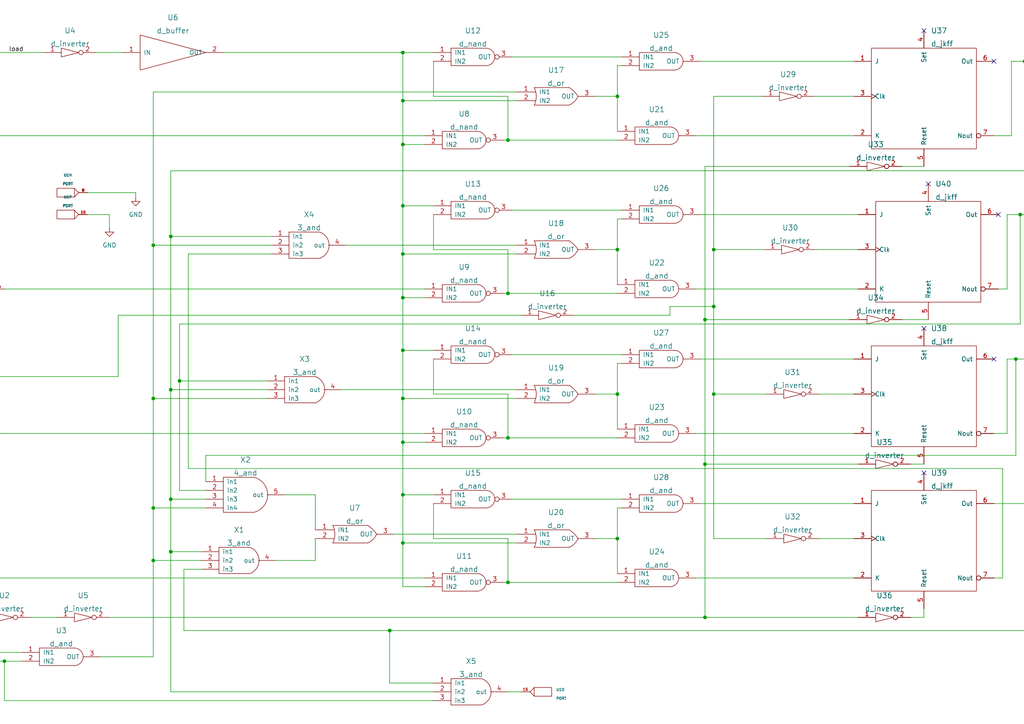
<source format=kicad_sch>
(kicad_sch (version 20211123) (generator eeschema)
  (paper "A4")
  (lib_symbols
    (symbol "eSim_Digital:d_and" (pin_names (offset 1.016))
      (property "Reference" "U" (at 0 0 0))
      (property "Value" "d_and" (at 1.27 2.54 0))
      (symbol "d_and_0_1"
        (polyline (pts (xy 3.81 -1.27) (xy -6.35 -1.27) (xy -6.35 3.81) (xy 3.81 3.81)))
        (arc (start 3.81 -1.27) (mid 5.5897 -0.5171) (end 6.35 1.27))
        (arc (start 6.35 1.27) (mid 5.5971 3.0497) (end 3.81 3.81))
      )
      (symbol "d_and_1_1"
        (pin input line (at -11.43 2.54 0) (length 5.08) (name "IN1") (number "1"))
        (pin input line (at -11.43 0 0) (length 5.08) (name "IN2") (number "2"))
        (pin output line (at 11.43 1.27 180) (length 5.08) (name "OUT") (number "3"))
      )
    )
    (symbol "eSim_Digital:d_buffer" (pin_names (offset 1.016))
      (property "Reference" "U" (at 0 -1.27 0))
      (property "Value" "d_buffer" (at 0 1.27 0))
      (symbol "d_buffer_0_1"
        (polyline (pts (xy -7.62 5.08) (xy -7.62 -5.08) (xy 11.43 0) (xy -7.62 5.08)))
      )
      (symbol "d_buffer_1_1"
        (pin input line (at -12.7 0 0) (length 5.08) (name "IN") (number "1"))
        (pin output line (at 16.51 0 180) (length 5.08) (name "OUT") (number "2"))
      )
    )
    (symbol "eSim_Digital:d_inverter" (pin_names (offset 1.016))
      (property "Reference" "U" (at 0 -2.54 0))
      (property "Value" "d_inverter" (at 0 3.81 0))
      (symbol "d_inverter_0_1"
        (polyline (pts (xy -2.54 1.27) (xy -2.54 -1.27) (xy 2.54 0) (xy -2.54 1.27)))
      )
      (symbol "d_inverter_1_1"
        (pin input line (at -7.62 0 0) (length 5.08) (name "~") (number "1"))
        (pin output inverted (at 7.62 0 180) (length 5.08) (name "~") (number "2"))
      )
    )
    (symbol "eSim_Digital:d_jkff" (pin_names (offset 1.016))
      (property "Reference" "U" (at 0 0 0))
      (property "Value" "d_jkff" (at 1.27 3.81 0))
      (symbol "d_jkff_0_1"
        (rectangle (start 15.24 13.97) (end -15.24 -15.24))
      )
      (symbol "d_jkff_1_1"
        (pin input line (at -20.32 10.16 0) (length 5.08) (name "J") (number "1"))
        (pin input line (at -20.32 -11.43 0) (length 5.08) (name "K") (number "2"))
        (pin input clock (at -20.32 0 0) (length 5.08) (name "Clk") (number "3"))
        (pin input line (at 0 19.05 270) (length 5.08) (name "Set") (number "4"))
        (pin input line (at 0 -20.32 90) (length 5.08) (name "Reset") (number "5"))
        (pin output line (at 20.32 10.16 180) (length 5.08) (name "Out") (number "6"))
        (pin output inverted (at 20.32 -11.43 180) (length 5.08) (name "Nout") (number "7"))
      )
    )
    (symbol "eSim_Digital:d_nand" (pin_names (offset 1.016))
      (property "Reference" "U" (at 0 0 0))
      (property "Value" "d_nand" (at 1.27 2.54 0))
      (symbol "d_nand_0_1"
        (polyline (pts (xy 3.81 -1.27) (xy -6.35 -1.27) (xy -6.35 3.81) (xy 3.81 3.81)))
        (arc (start 3.81 -1.27) (mid 5.5897 -0.5171) (end 6.35 1.27))
        (arc (start 6.35 1.27) (mid 5.5971 3.0497) (end 3.81 3.81))
      )
      (symbol "d_nand_1_1"
        (pin input line (at -11.43 2.54 0) (length 5.08) (name "IN1") (number "1"))
        (pin input line (at -11.43 0 0) (length 5.08) (name "IN2") (number "2"))
        (pin output inverted (at 11.43 1.27 180) (length 5.08) (name "OUT") (number "3"))
      )
    )
    (symbol "eSim_Digital:d_or" (pin_names (offset 1.016))
      (property "Reference" "U" (at 0 0 0))
      (property "Value" "d_or" (at 0 2.54 0))
      (symbol "d_or_0_1"
        (arc (start -6.35 -1.27) (mid -5.7504 1.27) (end -6.35 3.81))
        (polyline (pts (xy -6.35 -1.27) (xy 3.81 -1.27)))
        (polyline (pts (xy -6.35 3.81) (xy 3.81 3.81)))
        (arc (start 3.81 -1.27) (mid 5.3181 -0.2399) (end 6.35 1.27))
        (arc (start 6.35 1.27) (mid 5.2222 2.6828) (end 3.81 3.81))
      )
      (symbol "d_or_1_1"
        (pin input line (at -11.43 2.54 0) (length 5.461) (name "IN1") (number "1"))
        (pin input line (at -11.43 0 0) (length 5.461) (name "IN2") (number "2"))
        (pin output line (at 11.43 1.27 180) (length 5.08) (name "OUT") (number "3"))
      )
    )
    (symbol "eSim_Miscellaneous:PORT" (pin_names (offset 1.016))
      (property "Reference" "U" (at 1.27 2.54 0))
      (property "Value" "PORT" (at 0 0 0))
      (symbol "PORT_0_1"
        (rectangle (start -2.54 1.27) (end 2.54 -1.27))
        (arc (start 2.54 1.27) (mid 3.1355 0.5955) (end 3.81 0))
        (arc (start 3.81 0) (mid 3.1447 -0.6046) (end 2.54 -1.27))
      )
      (symbol "PORT_1_1"
        (pin bidirectional line (at 6.35 0 180) (length 2.54) (name "~") (number "1"))
      )
      (symbol "PORT_2_1"
        (pin bidirectional line (at 6.35 0 180) (length 2.54) (name "~") (number "2"))
      )
      (symbol "PORT_3_1"
        (pin bidirectional line (at 6.35 0 180) (length 2.54) (name "~") (number "3"))
      )
      (symbol "PORT_4_1"
        (pin bidirectional line (at 6.35 0 180) (length 2.54) (name "~") (number "4"))
      )
      (symbol "PORT_5_1"
        (pin bidirectional line (at 6.35 0 180) (length 2.54) (name "~") (number "5"))
      )
      (symbol "PORT_6_1"
        (pin bidirectional line (at 6.35 0 180) (length 2.54) (name "~") (number "6"))
      )
      (symbol "PORT_7_1"
        (pin bidirectional line (at 6.35 0 180) (length 2.54) (name "~") (number "7"))
      )
      (symbol "PORT_8_1"
        (pin bidirectional line (at 6.35 0 180) (length 2.54) (name "~") (number "8"))
      )
      (symbol "PORT_9_1"
        (pin bidirectional line (at 6.35 0 180) (length 2.54) (name "~") (number "9"))
      )
      (symbol "PORT_10_1"
        (pin bidirectional line (at 6.35 0 180) (length 2.54) (name "~") (number "10"))
      )
      (symbol "PORT_11_1"
        (pin bidirectional line (at 6.35 0 180) (length 2.54) (name "~") (number "11"))
      )
      (symbol "PORT_12_1"
        (pin bidirectional line (at 6.35 0 180) (length 2.54) (name "~") (number "12"))
      )
      (symbol "PORT_13_1"
        (pin bidirectional line (at 6.35 0 180) (length 2.54) (name "~") (number "13"))
      )
      (symbol "PORT_14_1"
        (pin bidirectional line (at 6.35 0 180) (length 2.54) (name "~") (number "14"))
      )
      (symbol "PORT_15_1"
        (pin bidirectional line (at 6.35 0 180) (length 2.54) (name "~") (number "15"))
      )
      (symbol "PORT_16_1"
        (pin bidirectional line (at 6.35 0 180) (length 2.54) (name "~") (number "16"))
      )
      (symbol "PORT_17_1"
        (pin bidirectional line (at 6.35 0 180) (length 2.54) (name "~") (number "17"))
      )
      (symbol "PORT_18_1"
        (pin bidirectional line (at 6.35 0 180) (length 2.54) (name "~") (number "18"))
      )
      (symbol "PORT_19_1"
        (pin bidirectional line (at 6.35 0 180) (length 2.54) (name "~") (number "19"))
      )
      (symbol "PORT_20_1"
        (pin bidirectional line (at 6.35 0 180) (length 2.54) (name "~") (number "20"))
      )
      (symbol "PORT_21_1"
        (pin bidirectional line (at 6.35 0 180) (length 2.54) (name "~") (number "21"))
      )
      (symbol "PORT_22_1"
        (pin bidirectional line (at 6.35 0 180) (length 2.54) (name "~") (number "22"))
      )
      (symbol "PORT_23_1"
        (pin bidirectional line (at 6.35 0 180) (length 2.54) (name "~") (number "23"))
      )
      (symbol "PORT_24_1"
        (pin bidirectional line (at 6.35 0 180) (length 2.54) (name "~") (number "24"))
      )
      (symbol "PORT_25_1"
        (pin bidirectional line (at 6.35 0 180) (length 2.54) (name "~") (number "25"))
      )
      (symbol "PORT_26_1"
        (pin bidirectional line (at 6.35 0 180) (length 2.54) (name "~") (number "26"))
      )
    )
    (symbol "eSim_Power:eSim_GND" (power) (pin_names (offset 0))
      (property "Value" "eSim_GND" (at 0 -3.81 0))
      (symbol "eSim_GND_0_1"
        (polyline (pts (xy 0 0) (xy 0 -1.27) (xy 1.27 -1.27) (xy 0 -2.54) (xy -1.27 -1.27) (xy 0 -1.27)))
      )
      (symbol "eSim_GND_1_1"
        (pin power_in line (at 0 0 270) (length 0) hide (name "GND") (number "1"))
      )
    )
    (symbol "eSim_Subckt:3_and" (pin_names (offset 1.016))
      (property "Reference" "X" (at 2.54 -1.27 0))
      (property "Value" "3_and" (at 3.81 3.81 0))
      (symbol "3_and_0_1"
        (polyline (pts (xy -3.81 5.08) (xy 5.08 5.08)))
        (polyline (pts (xy -3.81 5.08) (xy -3.81 -2.54) (xy 5.08 -2.54)))
        (arc (start 5.08 -2.54) (mid 7.8261 1.27) (end 5.08 5.08))
      )
      (symbol "3_and_1_1"
        (pin input line (at -8.89 3.81 0) (length 5.08) (name "in1") (number "1"))
        (pin input line (at -8.89 1.27 0) (length 5.08) (name "in2") (number "2"))
        (pin input line (at -8.89 -1.27 0) (length 5.08) (name "in3") (number "3"))
        (pin output line (at 12.7 1.27 180) (length 5.08) (name "out") (number "4"))
      )
    )
    (symbol "eSim_Subckt:4_and" (pin_names (offset 1.016))
      (property "Reference" "X" (at 1.27 -1.27 0))
      (property "Value" "4_and" (at 2.54 2.54 0))
      (symbol "4_and_0_1"
        (polyline (pts (xy -5.08 5.08) (xy 3.81 5.08)))
        (polyline (pts (xy -5.08 5.08) (xy -5.08 -5.08) (xy 1.27 -5.08) (xy 3.81 -5.08)))
        (arc (start 3.81 -5.08) (mid 7.7763 0) (end 3.81 5.08))
      )
      (symbol "4_and_1_1"
        (pin input line (at -10.16 3.81 0) (length 5.08) (name "in1") (number "1"))
        (pin input line (at -10.16 1.27 0) (length 5.08) (name "in2") (number "2"))
        (pin input line (at -10.16 -1.27 0) (length 5.08) (name "in3") (number "3"))
        (pin input line (at -10.16 -3.81 0) (length 5.08) (name "in4") (number "4"))
        (pin output line (at 12.7 0 180) (length 5.08) (name "out") (number "5"))
      )
    )
  )
  (junction (at 204.47 92.71))
  (junction (at 44.45 115.57))
  (junction (at 49.53 144.78))
  (junction (at 116.84 73.66))
  (junction (at 179.07 72.39))
  (junction (at 204.47 179.07))
  (junction (at 49.53 160.02))
  (junction (at 113.03 182.88))
  (junction (at 116.84 15.24))
  (junction (at 116.84 143.51))
  (junction (at 179.07 156.21))
  (junction (at 207.01 88.9))
  (junction (at 44.45 162.56))
  (junction (at 297.18 17.78))
  (junction (at 295.91 62.23))
  (junction (at 1.27 191.77))
  (junction (at 49.53 113.03))
  (junction (at 147.32 127))
  (junction (at 179.07 27.94))
  (junction (at 147.32 168.91))
  (junction (at 49.53 68.58))
  (junction (at 294.64 104.14))
  (junction (at 116.84 128.27))
  (junction (at 116.84 59.69))
  (junction (at 147.32 85.09))
  (junction (at 204.47 134.62))
  (junction (at 179.07 114.3))
  (junction (at 116.84 41.91))
  (junction (at 147.32 40.64))
  (junction (at 52.07 110.49))
  (junction (at 207.01 72.39))
  (junction (at 44.45 71.12))
  (junction (at 207.01 114.3))
  (junction (at 44.45 147.32))
  (junction (at 116.84 86.36))
  (junction (at 298.45 146.05))
  (junction (at 116.84 157.48))
  (junction (at 116.84 101.6))
  (junction (at 116.84 115.57))
  (junction (at 116.84 29.21))
  (no_connect (at 267.97 137.16))
  (no_connect (at 289.56 62.23))
  (no_connect (at 288.29 104.14))
  (no_connect (at 267.97 95.25))
  (no_connect (at 288.29 17.78))
  (no_connect (at 269.24 53.34))
  (no_connect (at 267.97 8.89))
  (wire (pts (xy 236.8363 72.39) (xy 248.92 72.39)))
  (wire (pts (xy 194.31 91.44) (xy 194.31 88.9)))
  (wire (pts (xy 172.72 114.3) (xy 179.07 114.3)))
  (wire (pts (xy 125.73 62.23) (xy 125.73 72.39)))
  (wire (pts (xy 54.61 135.89) (xy 290.83 135.89)))
  (wire (pts (xy 179.07 19.05) (xy 180.34 19.05)))
  (wire (pts (xy 204.47 179.07) (xy 248.92 179.07)))
  (wire (pts (xy 237.49 156.21) (xy 247.65 156.21)))
  (wire (pts (xy 49.53 113.03) (xy 49.53 68.58)))
  (wire (pts (xy 292.1 62.23) (xy 295.91 62.23)))
  (wire (pts (xy 207.01 88.9) (xy 207.01 114.3)))
  (wire (pts (xy 64.77 15.24) (xy 116.84 15.24)))
  (wire (pts (xy 264.16 134.62) (xy 267.97 134.62)))
  (wire (pts (xy 207.01 156.21) (xy 222.25 156.21)))
  (wire (pts (xy 116.84 143.51) (xy 116.84 128.27)))
  (wire (pts (xy 116.84 59.69) (xy 116.84 73.66)))
  (wire (pts (xy 147.32 85.09) (xy 179.07 85.09)))
  (wire (pts (xy 222.25 114.3) (xy 207.01 114.3)))
  (wire (pts (xy 290.83 135.89) (xy 290.83 167.64)))
  (wire (pts (xy 59.69 142.24) (xy 52.07 142.24)))
  (wire (pts (xy 207.01 72.39) (xy 207.01 88.9)))
  (wire (pts (xy 91.44 143.51) (xy 91.44 153.67)))
  (wire (pts (xy 288.29 146.05) (xy 298.45 146.05)))
  (wire (pts (xy 267.97 176.53) (xy 267.97 179.07)))
  (wire (pts (xy 294.64 104.14) (xy 321.31 104.14)))
  (wire (pts (xy 295.91 62.23) (xy 322.58 62.23)))
  (wire (pts (xy 125.73 146.05) (xy 125.73 156.21)))
  (wire (pts (xy 116.84 115.57) (xy 149.86 115.57)))
  (wire (pts (xy 147.32 168.91) (xy 179.07 168.91)))
  (wire (pts (xy 146.05 127) (xy 147.32 127)))
  (wire (pts (xy 179.07 124.46) (xy 179.07 114.3)))
  (wire (pts (xy 179.07 156.21) (xy 179.07 147.32)))
  (wire (pts (xy 146.05 85.09) (xy 147.32 85.09)))
  (wire (pts (xy 125.73 27.94) (xy 147.32 27.94)))
  (wire (pts (xy 201.93 83.82) (xy 248.92 83.82)))
  (wire (pts (xy 172.72 156.21) (xy 179.07 156.21)))
  (wire (pts (xy 49.53 144.78) (xy 49.53 113.03)))
  (wire (pts (xy 52.07 110.49) (xy 77.47 110.49)))
  (wire (pts (xy 1.27 83.82) (xy 123.19 83.82)))
  (wire (pts (xy 44.45 26.67) (xy 44.45 71.12)))
  (wire (pts (xy 125.73 198.12) (xy 113.03 198.12)))
  (wire (pts (xy 125.73 17.78) (xy 125.73 27.94)))
  (wire (pts (xy 147.32 200.66) (xy 151.13 200.66)))
  (wire (pts (xy 59.69 139.7) (xy 59.69 132.08)))
  (wire (pts (xy 91.44 143.51) (xy 82.55 143.51)))
  (wire (pts (xy 116.84 73.66) (xy 116.84 86.36)))
  (wire (pts (xy 125.73 104.14) (xy 125.73 114.3)))
  (wire (pts (xy 148.59 60.96) (xy 180.34 60.96)))
  (wire (pts (xy 288.29 125.73) (xy 292.1 125.73)))
  (wire (pts (xy -20.32 15.24) (xy 12.7 15.24)))
  (wire (pts (xy 27.94 15.24) (xy 35.56 15.24)))
  (wire (pts (xy 52.07 110.49) (xy 52.07 142.24)))
  (wire (pts (xy 113.03 182.88) (xy 298.45 182.88)))
  (wire (pts (xy 59.69 132.08) (xy 294.64 132.08)))
  (wire (pts (xy 116.84 73.66) (xy 149.86 73.66)))
  (wire (pts (xy 147.32 72.39) (xy 147.32 85.09)))
  (wire (pts (xy 267.97 48.26) (xy 261.62 48.26)))
  (wire (pts (xy 125.73 114.3) (xy 147.32 114.3)))
  (wire (pts (xy 179.07 114.3) (xy 179.07 105.41)))
  (wire (pts (xy 116.84 157.48) (xy 116.84 143.51)))
  (wire (pts (xy 116.84 41.91) (xy 116.84 59.69)))
  (wire (pts (xy 49.53 113.03) (xy 77.47 113.03)))
  (wire (pts (xy 44.45 162.56) (xy 58.42 162.56)))
  (wire (pts (xy 204.47 134.62) (xy 248.92 134.62)))
  (wire (pts (xy 147.32 114.3) (xy 147.32 127)))
  (wire (pts (xy 31.75 179.07) (xy 204.47 179.07)))
  (wire (pts (xy 125.73 156.21) (xy 147.32 156.21)))
  (wire (pts (xy 52.07 93.98) (xy 295.91 93.98)))
  (wire (pts (xy 146.05 40.64) (xy 147.32 40.64)))
  (wire (pts (xy 49.53 68.58) (xy 49.53 49.53)))
  (wire (pts (xy 116.84 101.6) (xy 116.84 115.57)))
  (wire (pts (xy 207.01 72.39) (xy 221.5963 72.39)))
  (wire (pts (xy 125.73 200.66) (xy 49.53 200.66)))
  (wire (pts (xy 148.59 16.51) (xy 180.34 16.51)))
  (wire (pts (xy 247.65 17.78) (xy 203.2 17.78)))
  (wire (pts (xy 116.84 41.91) (xy 123.19 41.91)))
  (wire (pts (xy 298.45 146.05) (xy 320.04 146.05)))
  (wire (pts (xy 148.59 102.87) (xy 180.34 102.87)))
  (wire (pts (xy 289.56 83.82) (xy 292.1 83.82)))
  (wire (pts (xy 297.18 17.78) (xy 297.18 49.53)))
  (wire (pts (xy 116.84 143.51) (xy 125.73 143.51)))
  (wire (pts (xy 125.73 72.39) (xy 147.32 72.39)))
  (wire (pts (xy 207.01 114.3) (xy 207.01 156.21)))
  (wire (pts (xy 44.45 162.56) (xy 44.45 190.5)))
  (wire (pts (xy 53.34 165.1) (xy 53.34 182.88)))
  (wire (pts (xy 113.03 198.12) (xy 113.03 182.88)))
  (wire (pts (xy 298.45 182.88) (xy 298.45 146.05)))
  (wire (pts (xy 294.64 132.08) (xy 294.64 104.14)))
  (wire (pts (xy 297.18 17.78) (xy 321.31 17.78)))
  (wire (pts (xy -19.05 191.77) (xy 1.27 191.77)))
  (wire (pts (xy 288.29 39.37) (xy 293.37 39.37)))
  (wire (pts (xy 264.16 179.07) (xy 267.97 179.07)))
  (wire (pts (xy 31.75 62.23) (xy 25.4 62.23)))
  (wire (pts (xy -24.13 109.22) (xy 34.29 109.22)))
  (wire (pts (xy 0 125.73) (xy 123.19 125.73)))
  (wire (pts (xy 49.53 68.58) (xy 78.74 68.58)))
  (wire (pts (xy 116.84 157.48) (xy 149.86 157.48)))
  (wire (pts (xy 247.65 146.05) (xy 203.2 146.05)))
  (wire (pts (xy 116.84 15.24) (xy 116.84 29.21)))
  (wire (pts (xy 166.37 91.44) (xy 194.31 91.44)))
  (wire (pts (xy 292.1 104.14) (xy 294.64 104.14)))
  (wire (pts (xy 146.05 168.91) (xy 147.32 168.91)))
  (wire (pts (xy 44.45 147.32) (xy 44.45 162.56)))
  (wire (pts (xy 49.53 160.02) (xy 58.42 160.02)))
  (wire (pts (xy 148.59 144.78) (xy 180.34 144.78)))
  (wire (pts (xy 116.84 59.69) (xy 125.73 59.69)))
  (wire (pts (xy 125.73 203.2) (xy 1.27 203.2)))
  (wire (pts (xy 246.38 48.26) (xy 204.47 48.26)))
  (wire (pts (xy -6.35 179.07) (xy -12.7 179.07)))
  (wire (pts (xy 34.29 109.22) (xy 34.29 91.44)))
  (wire (pts (xy 295.91 62.23) (xy 295.91 93.98)))
  (wire (pts (xy 204.47 92.71) (xy 204.47 134.62)))
  (wire (pts (xy 172.72 27.94) (xy 179.07 27.94)))
  (wire (pts (xy 179.07 147.32) (xy 180.34 147.32)))
  (wire (pts (xy -16.51 189.23) (xy 6.35 189.23)))
  (wire (pts (xy 39.37 57.15) (xy 39.37 55.88)))
  (wire (pts (xy 16.51 179.07) (xy 8.89 179.07)))
  (wire (pts (xy 248.92 62.23) (xy 203.2 62.23)))
  (wire (pts (xy 147.32 40.64) (xy 179.07 40.64)))
  (wire (pts (xy 290.83 167.64) (xy 288.29 167.64)))
  (wire (pts (xy 125.73 101.6) (xy 116.84 101.6)))
  (wire (pts (xy 247.65 27.94) (xy 236.22 27.94)))
  (wire (pts (xy 172.72 72.39) (xy 179.07 72.39)))
  (wire (pts (xy 179.07 27.94) (xy 179.07 19.05)))
  (wire (pts (xy 149.86 71.12) (xy 100.33 71.12)))
  (wire (pts (xy 59.69 147.32) (xy 44.45 147.32)))
  (wire (pts (xy -7.62 167.64) (xy 123.19 167.64)))
  (wire (pts (xy 78.74 73.66) (xy 54.61 73.66)))
  (wire (pts (xy 44.45 115.57) (xy 44.45 147.32)))
  (wire (pts (xy 293.37 17.78) (xy 297.18 17.78)))
  (wire (pts (xy 220.98 27.94) (xy 207.01 27.94)))
  (wire (pts (xy -21.59 39.37) (xy 123.19 39.37)))
  (wire (pts (xy 49.53 200.66) (xy 49.53 160.02)))
  (wire (pts (xy 179.07 63.5) (xy 180.34 63.5)))
  (wire (pts (xy 49.53 49.53) (xy 297.18 49.53)))
  (wire (pts (xy 204.47 48.26) (xy 204.47 92.71)))
  (wire (pts (xy 58.42 165.1) (xy 53.34 165.1)))
  (wire (pts (xy 116.84 115.57) (xy 116.84 128.27)))
  (wire (pts (xy 179.07 72.39) (xy 179.07 63.5)))
  (wire (pts (xy 261.62 92.71) (xy 269.24 92.71)))
  (wire (pts (xy 116.84 86.36) (xy 116.84 101.6)))
  (wire (pts (xy 31.75 66.04) (xy 31.75 62.23)))
  (wire (pts (xy 53.34 182.88) (xy 113.03 182.88)))
  (wire (pts (xy 147.32 156.21) (xy 147.32 168.91)))
  (wire (pts (xy 91.44 162.56) (xy 91.44 156.21)))
  (wire (pts (xy 99.06 113.03) (xy 149.86 113.03)))
  (wire (pts (xy 116.84 128.27) (xy 123.19 128.27)))
  (wire (pts (xy 194.31 88.9) (xy 207.01 88.9)))
  (wire (pts (xy 147.32 27.94) (xy 147.32 40.64)))
  (wire (pts (xy 201.93 125.73) (xy 247.65 125.73)))
  (wire (pts (xy 179.07 82.55) (xy 179.07 72.39)))
  (wire (pts (xy 247.65 114.3) (xy 237.49 114.3)))
  (wire (pts (xy 116.84 86.36) (xy 123.19 86.36)))
  (wire (pts (xy 207.01 27.94) (xy 207.01 72.39)))
  (wire (pts (xy 78.74 71.12) (xy 44.45 71.12)))
  (wire (pts (xy 116.84 170.18) (xy 116.84 157.48)))
  (wire (pts (xy 116.84 29.21) (xy 116.84 41.91)))
  (wire (pts (xy 1.27 203.2) (xy 1.27 191.77)))
  (wire (pts (xy 116.84 29.21) (xy 149.86 29.21)))
  (wire (pts (xy 1.27 191.77) (xy 6.35 191.77)))
  (wire (pts (xy 34.29 91.44) (xy 151.13 91.44)))
  (wire (pts (xy 201.93 167.64) (xy 247.65 167.64)))
  (wire (pts (xy 116.84 15.24) (xy 125.73 15.24)))
  (wire (pts (xy 44.45 115.57) (xy 77.47 115.57)))
  (wire (pts (xy 44.45 71.12) (xy 44.45 115.57)))
  (wire (pts (xy 292.1 125.73) (xy 292.1 104.14)))
  (wire (pts (xy 39.37 55.88) (xy 25.4 55.88)))
  (wire (pts (xy 293.37 39.37) (xy 293.37 17.78)))
  (wire (pts (xy 247.65 104.14) (xy 203.2 104.14)))
  (wire (pts (xy 204.47 134.62) (xy 204.47 179.07)))
  (wire (pts (xy 44.45 190.5) (xy 29.21 190.5)))
  (wire (pts (xy 49.53 144.78) (xy 59.69 144.78)))
  (wire (pts (xy 179.07 166.37) (xy 179.07 156.21)))
  (wire (pts (xy 80.01 162.56) (xy 91.44 162.56)))
  (wire (pts (xy 49.53 160.02) (xy 49.53 144.78)))
  (wire (pts (xy 147.32 127) (xy 179.07 127)))
  (wire (pts (xy 292.1 83.82) (xy 292.1 62.23)))
  (wire (pts (xy 54.61 73.66) (xy 54.61 135.89)))
  (wire (pts (xy 123.19 170.18) (xy 116.84 170.18)))
  (wire (pts (xy 149.86 26.67) (xy 44.45 26.67)))
  (wire (pts (xy 204.47 92.71) (xy 246.38 92.71)))
  (wire (pts (xy 179.07 38.1) (xy 179.07 27.94)))
  (wire (pts (xy 114.3 154.94) (xy 149.86 154.94)))
  (wire (pts (xy 201.93 39.37) (xy 247.65 39.37)))
  (wire (pts (xy 179.07 105.41) (xy 180.34 105.41)))
  (wire (pts (xy 52.07 93.98) (xy 52.07 110.49)))
  (label "load" (at 2.54 15.24 0))
  (symbol (lib_id "eSim_Miscellaneous:PORT") (at -13.97 167.64 0) (unit 6)
    (property "Reference" "U1" (at -13.335 162.56 0) (effects (font (size 0.762 0.762))))
    (property "Value" "PORT" (at -13.335 165.1 0) (effects (font (size 0.762 0.762))))
  )
  (symbol (lib_id "eSim_Digital:d_inverter") (at 254 48.26 0) (unit 1)
    (property "Reference" "U33" (at 254 41.91 0) (effects (font (size 1.524 1.524))))
    (property "Value" "d_inverter" (at 254 45.72 0) (effects (font (size 1.524 1.524))))
  )
  (symbol (lib_id "eSim_Digital:d_jkff") (at 267.97 114.3 0) (unit 1)
    (property "Reference" "U38" (at 269.9894 95.25 0) (effects (font (size 1.524 1.524)) (justify left)))
    (property "Value" "d_jkff" (at 269.9894 99.06 0) (effects (font (size 1.524 1.524)) (justify left)))
  )
  (symbol (lib_id "eSim_Subckt:3_and") (at 87.63 72.39 0) (unit 1)
    (property "Reference" "X4" (at 89.638 62.23 0) (effects (font (size 1.524 1.524))))
    (property "Value" "3_and" (at 89.638 66.04 0) (effects (font (size 1.524 1.524))))
  )
  (symbol (lib_id "eSim_Miscellaneous:PORT") (at 326.39 146.05 180) (unit 11)
    (property "Reference" "U1" (at 330.2 145.415 0) (effects (font (size 0.762 0.762)) (justify right)))
    (property "Value" "PORT" (at 330.2 147.955 0) (effects (font (size 0.762 0.762)) (justify right)))
  )
  (symbol (lib_id "eSim_Subckt:3_and") (at 67.31 163.83 0) (unit 1)
    (property "Reference" "X1" (at 69.318 153.67 0) (effects (font (size 1.524 1.524))))
    (property "Value" "3_and" (at 69.318 157.48 0) (effects (font (size 1.524 1.524))))
  )
  (symbol (lib_id "eSim_Subckt:4_and") (at 69.85 143.51 0) (unit 1)
    (property "Reference" "X2" (at 71.1981 133.35 0) (effects (font (size 1.524 1.524))))
    (property "Value" "4_and" (at 71.1981 137.16 0) (effects (font (size 1.524 1.524))))
  )
  (symbol (lib_id "eSim_Digital:d_inverter") (at 229.2163 72.39 0) (unit 1)
    (property "Reference" "U30" (at 229.2163 66.04 0) (effects (font (size 1.524 1.524))))
    (property "Value" "d_inverter" (at 229.2163 69.85 0) (effects (font (size 1.524 1.524))))
  )
  (symbol (lib_id "eSim_Miscellaneous:PORT") (at -22.86 189.23 0) (unit 7)
    (property "Reference" "U1" (at -22.225 184.15 0) (effects (font (size 0.762 0.762))))
    (property "Value" "PORT" (at -22.225 186.69 0) (effects (font (size 0.762 0.762))))
  )
  (symbol (lib_id "eSim_Digital:d_inverter") (at 229.87 114.3 0) (unit 1)
    (property "Reference" "U31" (at 229.87 107.95 0) (effects (font (size 1.524 1.524))))
    (property "Value" "d_inverter" (at 229.87 111.76 0) (effects (font (size 1.524 1.524))))
  )
  (symbol (lib_id "eSim_Digital:d_nand") (at 134.62 41.91 0) (unit 1)
    (property "Reference" "U8" (at 134.62 33.02 0) (effects (font (size 1.524 1.524))))
    (property "Value" "d_nand" (at 134.62 36.83 0) (effects (font (size 1.524 1.524))))
  )
  (symbol (lib_id "eSim_Digital:d_and") (at 191.77 147.32 0) (unit 1)
    (property "Reference" "U28" (at 191.77 138.43 0) (effects (font (size 1.524 1.524))))
    (property "Value" "d_and" (at 191.77 142.24 0) (effects (font (size 1.524 1.524))))
  )
  (symbol (lib_id "eSim_Digital:d_nand") (at 137.16 104.14 0) (unit 1)
    (property "Reference" "U14" (at 137.16 95.25 0) (effects (font (size 1.524 1.524))))
    (property "Value" "d_nand" (at 137.16 99.06 0) (effects (font (size 1.524 1.524))))
  )
  (symbol (lib_id "eSim_Miscellaneous:PORT") (at -27.94 39.37 0) (unit 3)
    (property "Reference" "U1" (at -27.305 34.29 0) (effects (font (size 0.762 0.762))))
    (property "Value" "PORT" (at -27.305 36.83 0) (effects (font (size 0.762 0.762))))
  )
  (symbol (lib_id "eSim_Digital:d_inverter") (at 228.6 27.94 0) (unit 1)
    (property "Reference" "U29" (at 228.6 21.59 0) (effects (font (size 1.524 1.524))))
    (property "Value" "d_inverter" (at 228.6 25.4 0) (effects (font (size 1.524 1.524))))
  )
  (symbol (lib_id "eSim_Digital:d_nand") (at 134.62 170.18 0) (unit 1)
    (property "Reference" "U11" (at 134.62 161.29 0) (effects (font (size 1.524 1.524))))
    (property "Value" "d_nand" (at 134.62 165.1 0) (effects (font (size 1.524 1.524))))
  )
  (symbol (lib_id "eSim_Miscellaneous:PORT") (at -30.48 109.22 0) (unit 2)
    (property "Reference" "U1" (at -29.845 104.14 0) (effects (font (size 0.762 0.762))))
    (property "Value" "PORT" (at -29.845 106.68 0) (effects (font (size 0.762 0.762))))
  )
  (symbol (lib_id "eSim_Digital:d_nand") (at 137.16 146.05 0) (unit 1)
    (property "Reference" "U15" (at 137.16 137.16 0) (effects (font (size 1.524 1.524))))
    (property "Value" "d_nand" (at 137.16 140.97 0) (effects (font (size 1.524 1.524))))
  )
  (symbol (lib_id "eSim_Miscellaneous:PORT") (at 19.05 62.23 0) (unit 16)
    (property "Reference" "U1" (at 19.685 57.15 0) (effects (font (size 0.762 0.762))))
    (property "Value" "PORT" (at 19.685 59.69 0) (effects (font (size 0.762 0.762))))
  )
  (symbol (lib_id "eSim_Subckt:3_and") (at 86.36 114.3 0) (unit 1)
    (property "Reference" "X3" (at 88.368 104.14 0) (effects (font (size 1.524 1.524))))
    (property "Value" "3_and" (at 88.368 107.95 0) (effects (font (size 1.524 1.524))))
  )
  (symbol (lib_id "eSim_Digital:d_and") (at 191.77 63.5 0) (unit 1)
    (property "Reference" "U26" (at 191.77 54.61 0) (effects (font (size 1.524 1.524))))
    (property "Value" "d_and" (at 191.77 58.42 0) (effects (font (size 1.524 1.524))))
  )
  (symbol (lib_id "eSim_Digital:d_and") (at 17.78 191.77 0) (unit 1)
    (property "Reference" "U3" (at 17.78 182.88 0) (effects (font (size 1.524 1.524))))
    (property "Value" "d_and" (at 17.78 186.69 0) (effects (font (size 1.524 1.524))))
  )
  (symbol (lib_id "eSim_Digital:d_inverter") (at 158.75 91.44 0) (unit 1)
    (property "Reference" "U16" (at 158.75 85.09 0) (effects (font (size 1.524 1.524))))
    (property "Value" "d_inverter" (at 158.75 88.9 0) (effects (font (size 1.524 1.524))))
  )
  (symbol (lib_id "eSim_Digital:d_or") (at 161.29 29.21 0) (unit 1)
    (property "Reference" "U17" (at 161.29 20.32 0) (effects (font (size 1.524 1.524))))
    (property "Value" "d_or" (at 161.29 24.13 0) (effects (font (size 1.524 1.524))))
  )
  (symbol (lib_id "eSim_Miscellaneous:PORT") (at 327.66 17.78 180) (unit 14)
    (property "Reference" "U1" (at 331.47 17.145 0) (effects (font (size 0.762 0.762)) (justify right)))
    (property "Value" "PORT" (at 331.47 19.685 0) (effects (font (size 0.762 0.762)) (justify right)))
  )
  (symbol (lib_id "eSim_Miscellaneous:PORT") (at -5.08 83.82 0) (unit 4)
    (property "Reference" "U1" (at -4.445 78.74 0) (effects (font (size 0.762 0.762))))
    (property "Value" "PORT" (at -4.445 81.28 0) (effects (font (size 0.762 0.762))))
  )
  (symbol (lib_id "eSim_Subckt:3_and") (at 134.62 201.93 0) (unit 1)
    (property "Reference" "X5" (at 136.628 191.77 0) (effects (font (size 1.524 1.524))))
    (property "Value" "3_and" (at 136.628 195.58 0) (effects (font (size 1.524 1.524))))
  )
  (symbol (lib_id "eSim_Digital:d_and") (at 190.5 168.91 0) (unit 1)
    (property "Reference" "U24" (at 190.5 160.02 0) (effects (font (size 1.524 1.524))))
    (property "Value" "d_and" (at 190.5 163.83 0) (effects (font (size 1.524 1.524))))
  )
  (symbol (lib_id "eSim_Miscellaneous:PORT") (at 328.93 62.23 180) (unit 13)
    (property "Reference" "U1" (at 332.74 61.595 0) (effects (font (size 0.762 0.762)) (justify right)))
    (property "Value" "PORT" (at 332.74 64.135 0) (effects (font (size 0.762 0.762)) (justify right)))
  )
  (symbol (lib_id "eSim_Digital:d_and") (at 190.5 40.64 0) (unit 1)
    (property "Reference" "U21" (at 190.5 31.75 0) (effects (font (size 1.524 1.524))))
    (property "Value" "d_and" (at 190.5 35.56 0) (effects (font (size 1.524 1.524))))
  )
  (symbol (lib_id "eSim_Digital:d_or") (at 102.87 156.21 0) (unit 1)
    (property "Reference" "U7" (at 102.87 147.32 0) (effects (font (size 1.524 1.524))))
    (property "Value" "d_or" (at 102.87 151.13 0) (effects (font (size 1.524 1.524))))
  )
  (symbol (lib_id "eSim_Digital:d_nand") (at 137.16 17.78 0) (unit 1)
    (property "Reference" "U12" (at 137.16 8.89 0) (effects (font (size 1.524 1.524))))
    (property "Value" "d_nand" (at 137.16 12.7 0) (effects (font (size 1.524 1.524))))
  )
  (symbol (lib_id "eSim_Miscellaneous:PORT") (at -25.4 191.77 0) (unit 10)
    (property "Reference" "U1" (at -24.765 186.69 0) (effects (font (size 0.762 0.762))))
    (property "Value" "PORT" (at -24.765 189.23 0) (effects (font (size 0.762 0.762))))
  )
  (symbol (lib_id "eSim_Digital:d_inverter") (at 256.54 134.62 0) (unit 1)
    (property "Reference" "U35" (at 256.54 128.27 0) (effects (font (size 1.524 1.524))))
    (property "Value" "d_inverter" (at 256.54 132.08 0) (effects (font (size 1.524 1.524))))
  )
  (symbol (lib_id "eSim_Power:eSim_GND") (at 39.37 57.15 0) (unit 1)
    (property "Reference" "#PWR0101" (effects hide))
    (property "Value" "eSim_GND" (at 39.37 62.23 0))
  )
  (symbol (lib_id "eSim_Digital:d_or") (at 161.29 157.48 0) (unit 1)
    (property "Reference" "U20" (at 161.29 148.59 0) (effects (font (size 1.524 1.524))))
    (property "Value" "d_or" (at 161.29 152.4 0) (effects (font (size 1.524 1.524))))
  )
  (symbol (lib_id "eSim_Digital:d_nand") (at 134.62 128.27 0) (unit 1)
    (property "Reference" "U10" (at 134.62 119.38 0) (effects (font (size 1.524 1.524))))
    (property "Value" "d_nand" (at 134.62 123.19 0) (effects (font (size 1.524 1.524))))
  )
  (symbol (lib_id "eSim_Digital:d_jkff") (at 267.97 156.21 0) (unit 1)
    (property "Reference" "U39" (at 269.9894 137.16 0) (effects (font (size 1.524 1.524)) (justify left)))
    (property "Value" "d_jkff" (at 269.9894 140.97 0) (effects (font (size 1.524 1.524)) (justify left)))
  )
  (symbol (lib_id "eSim_Miscellaneous:PORT") (at 327.66 104.14 180) (unit 12)
    (property "Reference" "U1" (at 331.47 103.505 0) (effects (font (size 0.762 0.762)) (justify right)))
    (property "Value" "PORT" (at 331.47 106.045 0) (effects (font (size 0.762 0.762)) (justify right)))
  )
  (symbol (lib_id "eSim_Digital:d_inverter") (at 254 92.71 0) (unit 1)
    (property "Reference" "U34" (at 254 86.36 0) (effects (font (size 1.524 1.524))))
    (property "Value" "d_inverter" (at 254 90.17 0) (effects (font (size 1.524 1.524))))
  )
  (symbol (lib_id "eSim_Digital:d_inverter") (at 24.13 179.07 0) (unit 1)
    (property "Reference" "U5" (at 24.13 172.72 0) (effects (font (size 1.524 1.524))))
    (property "Value" "d_inverter" (at 24.13 176.53 0) (effects (font (size 1.524 1.524))))
  )
  (symbol (lib_id "eSim_Digital:d_jkff") (at 267.97 27.94 0) (unit 1)
    (property "Reference" "U37" (at 269.9894 8.89 0) (effects (font (size 1.524 1.524)) (justify left)))
    (property "Value" "d_jkff" (at 269.9894 12.7 0) (effects (font (size 1.524 1.524)) (justify left)))
  )
  (symbol (lib_id "eSim_Digital:d_or") (at 161.29 115.57 0) (unit 1)
    (property "Reference" "U19" (at 161.29 106.68 0) (effects (font (size 1.524 1.524))))
    (property "Value" "d_or" (at 161.29 110.49 0) (effects (font (size 1.524 1.524))))
  )
  (symbol (lib_id "eSim_Digital:d_or") (at 161.29 73.66 0) (unit 1)
    (property "Reference" "U18" (at 161.29 64.77 0) (effects (font (size 1.524 1.524))))
    (property "Value" "d_or" (at 161.29 68.58 0) (effects (font (size 1.524 1.524))))
  )
  (symbol (lib_id "eSim_Digital:d_inverter") (at 256.54 179.07 0) (unit 1)
    (property "Reference" "U36" (at 256.54 172.72 0) (effects (font (size 1.524 1.524))))
    (property "Value" "d_inverter" (at 256.54 176.53 0) (effects (font (size 1.524 1.524))))
  )
  (symbol (lib_id "eSim_Digital:d_nand") (at 134.62 86.36 0) (unit 1)
    (property "Reference" "U9" (at 134.62 77.47 0) (effects (font (size 1.524 1.524))))
    (property "Value" "d_nand" (at 134.62 81.28 0) (effects (font (size 1.524 1.524))))
  )
  (symbol (lib_id "eSim_Digital:d_inverter") (at 20.32 15.24 0) (unit 1)
    (property "Reference" "U4" (at 20.32 8.89 0) (effects (font (size 1.524 1.524))))
    (property "Value" "d_inverter" (at 20.32 12.7 0) (effects (font (size 1.524 1.524))))
  )
  (symbol (lib_id "eSim_Digital:d_and") (at 190.5 127 0) (unit 1)
    (property "Reference" "U23" (at 190.5 118.11 0) (effects (font (size 1.524 1.524))))
    (property "Value" "d_and" (at 190.5 121.92 0) (effects (font (size 1.524 1.524))))
  )
  (symbol (lib_id "eSim_Digital:d_nand") (at 137.16 62.23 0) (unit 1)
    (property "Reference" "U13" (at 137.16 53.34 0) (effects (font (size 1.524 1.524))))
    (property "Value" "d_nand" (at 137.16 57.15 0) (effects (font (size 1.524 1.524))))
  )
  (symbol (lib_id "eSim_Power:eSim_GND") (at 31.75 66.04 0) (unit 1)
    (property "Reference" "#PWR0102" (effects hide))
    (property "Value" "eSim_GND" (at 31.75 71.12 0))
  )
  (symbol (lib_id "eSim_Digital:d_and") (at 191.77 19.05 0) (unit 1)
    (property "Reference" "U25" (at 191.77 10.16 0) (effects (font (size 1.524 1.524))))
    (property "Value" "d_and" (at 191.77 13.97 0) (effects (font (size 1.524 1.524))))
  )
  (symbol (lib_id "eSim_Miscellaneous:PORT") (at 19.05 55.88 0) (unit 8)
    (property "Reference" "U1" (at 19.685 50.8 0) (effects (font (size 0.762 0.762))))
    (property "Value" "PORT" (at 19.685 53.34 0) (effects (font (size 0.762 0.762))))
  )
  (symbol (lib_id "eSim_Digital:d_and") (at 190.5 85.09 0) (unit 1)
    (property "Reference" "U22" (at 190.5 76.2 0) (effects (font (size 1.524 1.524))))
    (property "Value" "d_and" (at 190.5 80.01 0) (effects (font (size 1.524 1.524))))
  )
  (symbol (lib_id "eSim_Digital:d_jkff") (at 269.24 72.39 0) (unit 1)
    (property "Reference" "U40" (at 271.2594 53.34 0) (effects (font (size 1.524 1.524)) (justify left)))
    (property "Value" "d_jkff" (at 271.2594 57.15 0) (effects (font (size 1.524 1.524)) (justify left)))
  )
  (symbol (lib_id "eSim_Miscellaneous:PORT") (at -6.35 125.73 0) (unit 5)
    (property "Reference" "U1" (at -5.715 120.65 0) (effects (font (size 0.762 0.762))))
    (property "Value" "PORT" (at -5.715 123.19 0) (effects (font (size 0.762 0.762))))
  )
  (symbol (lib_id "eSim_Digital:d_buffer") (at 48.26 15.24 0) (unit 1)
    (property "Reference" "U6" (at 50.165 5.08 0) (effects (font (size 1.524 1.524))))
    (property "Value" "d_buffer" (at 50.165 8.89 0) (effects (font (size 1.524 1.524))))
  )
  (symbol (lib_id "eSim_Digital:d_inverter") (at 1.27 179.07 0) (unit 1)
    (property "Reference" "U2" (at 1.27 172.72 0) (effects (font (size 1.524 1.524))))
    (property "Value" "d_inverter" (at 1.27 176.53 0) (effects (font (size 1.524 1.524))))
  )
  (symbol (lib_id "eSim_Miscellaneous:PORT") (at 157.48 200.66 180) (unit 15)
    (property "Reference" "U1" (at 161.29 200.025 0) (effects (font (size 0.762 0.762)) (justify right)))
    (property "Value" "PORT" (at 161.29 202.565 0) (effects (font (size 0.762 0.762)) (justify right)))
  )
  (symbol (lib_id "eSim_Digital:d_inverter") (at 229.87 156.21 0) (unit 1)
    (property "Reference" "U32" (at 229.87 149.86 0) (effects (font (size 1.524 1.524))))
    (property "Value" "d_inverter" (at 229.87 153.67 0) (effects (font (size 1.524 1.524))))
  )
  (symbol (lib_id "eSim_Miscellaneous:PORT") (at -19.05 179.07 0) (unit 1)
    (property "Reference" "U1" (at -18.415 173.99 0) (effects (font (size 0.762 0.762))))
    (property "Value" "PORT" (at -18.415 176.53 0) (effects (font (size 0.762 0.762))))
  )
  (symbol (lib_id "eSim_Miscellaneous:PORT") (at -26.67 15.24 0) (unit 9)
    (property "Reference" "U1" (at -26.035 10.16 0) (effects (font (size 0.762 0.762))))
    (property "Value" "PORT" (at -26.035 12.7 0) (effects (font (size 0.762 0.762))))
  )
  (symbol (lib_id "eSim_Digital:d_and") (at 191.77 105.41 0) (unit 1)
    (property "Reference" "U27" (at 191.77 96.52 0) (effects (font (size 1.524 1.524))))
    (property "Value" "d_and" (at 191.77 100.33 0) (effects (font (size 1.524 1.524))))
  )
)
</source>
